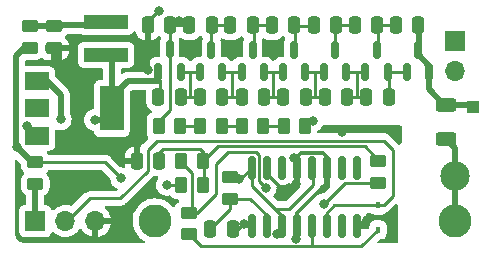
<source format=gtl>
G04 #@! TF.GenerationSoftware,KiCad,Pcbnew,5.99.0-unknown-4920692bcd~125~ubuntu20.04.1*
G04 #@! TF.CreationDate,2021-04-19T16:17:19+09:00*
G04 #@! TF.ProjectId,OpenHVPS-5,4f70656e-4856-4505-932d-352e6b696361,V1.2.1*
G04 #@! TF.SameCoordinates,Original*
G04 #@! TF.FileFunction,Copper,L1,Top*
G04 #@! TF.FilePolarity,Positive*
%FSLAX46Y46*%
G04 Gerber Fmt 4.6, Leading zero omitted, Abs format (unit mm)*
G04 Created by KiCad (PCBNEW 5.99.0-unknown-4920692bcd~125~ubuntu20.04.1) date 2021-04-19 16:17:19*
%MOMM*%
%LPD*%
G01*
G04 APERTURE LIST*
G04 Aperture macros list*
%AMRoundRect*
0 Rectangle with rounded corners*
0 $1 Rounding radius*
0 $2 $3 $4 $5 $6 $7 $8 $9 X,Y pos of 4 corners*
0 Add a 4 corners polygon primitive as box body*
4,1,4,$2,$3,$4,$5,$6,$7,$8,$9,$2,$3,0*
0 Add four circle primitives for the rounded corners*
1,1,$1+$1,$2,$3*
1,1,$1+$1,$4,$5*
1,1,$1+$1,$6,$7*
1,1,$1+$1,$8,$9*
0 Add four rect primitives between the rounded corners*
20,1,$1+$1,$2,$3,$4,$5,0*
20,1,$1+$1,$4,$5,$6,$7,0*
20,1,$1+$1,$6,$7,$8,$9,0*
20,1,$1+$1,$8,$9,$2,$3,0*%
G04 Aperture macros list end*
G04 #@! TA.AperFunction,SMDPad,CuDef*
%ADD10RoundRect,0.250000X-0.250000X-0.475000X0.250000X-0.475000X0.250000X0.475000X-0.250000X0.475000X0*%
G04 #@! TD*
G04 #@! TA.AperFunction,SMDPad,CuDef*
%ADD11RoundRect,0.250000X0.450000X-0.262500X0.450000X0.262500X-0.450000X0.262500X-0.450000X-0.262500X0*%
G04 #@! TD*
G04 #@! TA.AperFunction,ComponentPad*
%ADD12R,1.700000X1.700000*%
G04 #@! TD*
G04 #@! TA.AperFunction,ComponentPad*
%ADD13O,1.700000X1.700000*%
G04 #@! TD*
G04 #@! TA.AperFunction,ComponentPad*
%ADD14C,2.500000*%
G04 #@! TD*
G04 #@! TA.AperFunction,ComponentPad*
%ADD15C,2.800000*%
G04 #@! TD*
G04 #@! TA.AperFunction,SMDPad,CuDef*
%ADD16RoundRect,0.150000X0.150000X-0.587500X0.150000X0.587500X-0.150000X0.587500X-0.150000X-0.587500X0*%
G04 #@! TD*
G04 #@! TA.AperFunction,SMDPad,CuDef*
%ADD17RoundRect,0.250000X-0.450000X0.262500X-0.450000X-0.262500X0.450000X-0.262500X0.450000X0.262500X0*%
G04 #@! TD*
G04 #@! TA.AperFunction,SMDPad,CuDef*
%ADD18RoundRect,0.250000X0.262500X0.450000X-0.262500X0.450000X-0.262500X-0.450000X0.262500X-0.450000X0*%
G04 #@! TD*
G04 #@! TA.AperFunction,SMDPad,CuDef*
%ADD19RoundRect,0.250000X-0.475000X0.250000X-0.475000X-0.250000X0.475000X-0.250000X0.475000X0.250000X0*%
G04 #@! TD*
G04 #@! TA.AperFunction,SMDPad,CuDef*
%ADD20RoundRect,0.250000X-0.625000X0.312500X-0.625000X-0.312500X0.625000X-0.312500X0.625000X0.312500X0*%
G04 #@! TD*
G04 #@! TA.AperFunction,SMDPad,CuDef*
%ADD21R,3.700000X1.200000*%
G04 #@! TD*
G04 #@! TA.AperFunction,SMDPad,CuDef*
%ADD22RoundRect,0.250000X-0.262500X-0.450000X0.262500X-0.450000X0.262500X0.450000X-0.262500X0.450000X0*%
G04 #@! TD*
G04 #@! TA.AperFunction,SMDPad,CuDef*
%ADD23RoundRect,0.150000X0.150000X-0.825000X0.150000X0.825000X-0.150000X0.825000X-0.150000X-0.825000X0*%
G04 #@! TD*
G04 #@! TA.AperFunction,SMDPad,CuDef*
%ADD24R,2.000000X1.500000*%
G04 #@! TD*
G04 #@! TA.AperFunction,SMDPad,CuDef*
%ADD25R,2.000000X3.800000*%
G04 #@! TD*
G04 #@! TA.AperFunction,SMDPad,CuDef*
%ADD26R,0.450000X0.600000*%
G04 #@! TD*
G04 #@! TA.AperFunction,SMDPad,CuDef*
%ADD27R,1.000000X1.000000*%
G04 #@! TD*
G04 #@! TA.AperFunction,SMDPad,CuDef*
%ADD28RoundRect,0.250000X0.250000X0.475000X-0.250000X0.475000X-0.250000X-0.475000X0.250000X-0.475000X0*%
G04 #@! TD*
G04 #@! TA.AperFunction,ViaPad*
%ADD29C,0.800000*%
G04 #@! TD*
G04 #@! TA.AperFunction,Conductor*
%ADD30C,0.250000*%
G04 #@! TD*
G04 #@! TA.AperFunction,Conductor*
%ADD31C,0.330200*%
G04 #@! TD*
G04 #@! TA.AperFunction,Conductor*
%ADD32C,0.500000*%
G04 #@! TD*
G04 APERTURE END LIST*
D10*
X145968666Y-65050000D03*
X147868666Y-65050000D03*
D11*
X128500000Y-72413500D03*
X128500000Y-70588500D03*
D12*
X164060000Y-60325000D03*
D13*
X164060000Y-62865000D03*
D10*
X142448333Y-65050000D03*
X144348333Y-65050000D03*
D14*
X164060000Y-71755000D03*
D15*
X164060000Y-75565000D03*
D16*
X156450000Y-62937500D03*
X158350000Y-62937500D03*
X157400000Y-61062500D03*
X142450000Y-62937500D03*
X144350000Y-62937500D03*
X143400000Y-61062500D03*
D10*
X148530000Y-59000000D03*
X150430000Y-59000000D03*
X149488999Y-65050000D03*
X151388999Y-65050000D03*
D17*
X157520000Y-70520000D03*
X157520000Y-72345000D03*
D10*
X145020000Y-59010000D03*
X146920000Y-59010000D03*
D16*
X138928000Y-62913500D03*
X140828000Y-62913500D03*
X139878000Y-61038500D03*
D18*
X147824498Y-67520000D03*
X145999498Y-67520000D03*
D11*
X128020000Y-60912500D03*
X128020000Y-59087500D03*
D18*
X151351499Y-67520000D03*
X149526499Y-67520000D03*
D17*
X145020000Y-71857500D03*
X145020000Y-73682500D03*
D10*
X153009332Y-65050000D03*
X154909332Y-65050000D03*
D16*
X149450000Y-62937500D03*
X151350000Y-62937500D03*
X150400000Y-61062500D03*
D15*
X138660000Y-75565000D03*
D16*
X152950000Y-62937500D03*
X154850000Y-62937500D03*
X153900000Y-61062500D03*
D10*
X138030000Y-58990000D03*
X139930000Y-58990000D03*
D19*
X130100000Y-59050000D03*
X130100000Y-60950000D03*
D12*
X128500000Y-75565000D03*
D13*
X131040000Y-75565000D03*
X133580000Y-75565000D03*
D20*
X163298000Y-65720500D03*
X163298000Y-68645500D03*
D10*
X156529665Y-65050000D03*
X158429665Y-65050000D03*
D18*
X142682500Y-72520000D03*
X140857500Y-72520000D03*
D10*
X138928000Y-65050000D03*
X140828000Y-65050000D03*
X152060000Y-59010000D03*
X153960000Y-59010000D03*
D21*
X134500000Y-58700000D03*
X134500000Y-61500000D03*
D11*
X141520000Y-76682500D03*
X141520000Y-74857500D03*
D22*
X138945500Y-67520000D03*
X140770500Y-67520000D03*
D10*
X159020000Y-59000000D03*
X160920000Y-59000000D03*
D18*
X144297499Y-67520000D03*
X142472499Y-67520000D03*
X142682500Y-70520000D03*
X140857500Y-70520000D03*
D10*
X155540000Y-59000000D03*
X157440000Y-59000000D03*
D23*
X146825000Y-75995000D03*
X148095000Y-75995000D03*
X149365000Y-75995000D03*
X150635000Y-75995000D03*
X151905000Y-75995000D03*
X153175000Y-75995000D03*
X154445000Y-75995000D03*
X155715000Y-75995000D03*
X155715000Y-71045000D03*
X154445000Y-71045000D03*
X153175000Y-71045000D03*
X151905000Y-71045000D03*
X150635000Y-71045000D03*
X149365000Y-71045000D03*
X148095000Y-71045000D03*
X146825000Y-71045000D03*
D24*
X128676000Y-63740000D03*
X128676000Y-68340000D03*
D25*
X134976000Y-66040000D03*
D24*
X128676000Y-66040000D03*
D16*
X159950000Y-62937500D03*
X161850000Y-62937500D03*
X160900000Y-61062500D03*
D26*
X157520000Y-76320000D03*
X157520000Y-74220000D03*
D27*
X165584000Y-65913000D03*
D28*
X139020000Y-70520000D03*
X137120000Y-70520000D03*
D10*
X141530000Y-58990000D03*
X143430000Y-58990000D03*
D16*
X145968666Y-62937500D03*
X147868666Y-62937500D03*
X146918666Y-61062500D03*
D10*
X143320000Y-76270000D03*
X145220000Y-76270000D03*
D29*
X145200000Y-61113817D03*
X154500000Y-68000000D03*
X146153000Y-75819000D03*
X150400000Y-70231000D03*
X150600000Y-77072500D03*
X132770000Y-72770000D03*
X141700000Y-61065000D03*
X148861441Y-61049870D03*
X138020000Y-62770000D03*
X156567000Y-75520000D03*
X150600000Y-72465000D03*
X135770000Y-70520000D03*
X130270000Y-62270000D03*
X139020000Y-57770000D03*
X133520000Y-67020000D03*
X139634500Y-72517000D03*
X135764700Y-71941100D03*
X126920900Y-69342400D03*
X148020000Y-72770000D03*
X130664198Y-66968888D03*
X149000000Y-76665000D03*
X145770000Y-72020000D03*
X152919800Y-74131600D03*
X127770000Y-67520000D03*
X140700000Y-58665000D03*
X152000000Y-67065000D03*
D30*
X143320000Y-76270000D02*
X145020000Y-74570000D01*
X148095000Y-75095000D02*
X146682500Y-73682500D01*
X148095000Y-76695000D02*
X148095000Y-75995000D01*
X145020000Y-74570000D02*
X145020000Y-73682500D01*
X148095000Y-75995000D02*
X148095000Y-75095000D01*
X146682500Y-73682500D02*
X145020000Y-73682500D01*
D31*
X150600000Y-72465000D02*
X150045000Y-73020000D01*
X153175000Y-71045000D02*
X153175000Y-72365000D01*
X150635000Y-74905000D02*
X150635000Y-75995000D01*
D32*
X130500000Y-62040000D02*
X130270000Y-62270000D01*
D31*
X156567000Y-75520000D02*
X155795000Y-75995000D01*
X155795000Y-75995000D02*
X155715000Y-75995000D01*
D32*
X130500000Y-60950000D02*
X130500000Y-62040000D01*
D31*
X146825000Y-76467000D02*
X146825000Y-75995000D01*
X146495000Y-75995000D02*
X146825000Y-75995000D01*
X148095000Y-71595000D02*
X148095000Y-71045000D01*
X135770000Y-70520000D02*
X137120000Y-70520000D01*
X138020000Y-59030000D02*
X138050000Y-59000000D01*
X151000000Y-69770000D02*
X152830000Y-69770000D01*
X149520000Y-73020000D02*
X148095000Y-71595000D01*
X145770000Y-76270000D02*
X146270000Y-75770000D01*
X146270000Y-75770000D02*
X146495000Y-75995000D01*
X150520000Y-75880000D02*
X150635000Y-75995000D01*
X138050000Y-59000000D02*
X138050000Y-58650000D01*
X152830000Y-69770000D02*
X153175000Y-70115000D01*
X138050000Y-58740000D02*
X139020000Y-57770000D01*
X138020000Y-62770000D02*
X138020000Y-59030000D01*
X138050000Y-59000000D02*
X138050000Y-58740000D01*
X150635000Y-70135000D02*
X151000000Y-69770000D01*
X145220000Y-76270000D02*
X145770000Y-76270000D01*
X153175000Y-70115000D02*
X153175000Y-71045000D01*
X150045000Y-73020000D02*
X149520000Y-73020000D01*
X153175000Y-72365000D02*
X150635000Y-74905000D01*
X150635000Y-71045000D02*
X150635000Y-70135000D01*
D32*
X133800000Y-59000000D02*
X133900000Y-58900000D01*
X130500000Y-59250000D02*
X130750000Y-59000000D01*
D30*
X130462000Y-59087500D02*
X130500000Y-59050000D01*
D32*
X130500000Y-59050000D02*
X130500000Y-59250000D01*
X130750000Y-59000000D02*
X133800000Y-59000000D01*
X128000000Y-59087500D02*
X130462000Y-59087500D01*
D30*
X134050000Y-59050000D02*
X134500000Y-58600000D01*
D32*
X134976000Y-64064000D02*
X134976000Y-61876000D01*
D30*
X134568000Y-61468000D02*
X134500000Y-61400000D01*
X139050000Y-64030000D02*
X139050000Y-65000000D01*
X139088000Y-63656000D02*
X139088000Y-63992000D01*
D32*
X134976000Y-66040000D02*
X134976000Y-64064000D01*
D30*
X134500000Y-61400000D02*
X134609000Y-61400000D01*
X138873000Y-63726000D02*
X138943000Y-63656000D01*
D32*
X136314000Y-63726000D02*
X134976000Y-65064000D01*
D30*
X133400000Y-61400000D02*
X134500000Y-61400000D01*
X134976000Y-64064000D02*
X134976000Y-66040000D01*
D32*
X138873000Y-63726000D02*
X136314000Y-63726000D01*
D30*
X139088000Y-63992000D02*
X139050000Y-64030000D01*
D32*
X133520000Y-67020000D02*
X133996000Y-67020000D01*
D30*
X139004000Y-63595400D02*
X139004000Y-62913500D01*
X138943000Y-63656000D02*
X139088000Y-63656000D01*
X139088000Y-63992000D02*
X139088000Y-64328000D01*
X138943000Y-63656000D02*
X139004000Y-63595400D01*
X134568000Y-61468000D02*
X134500000Y-61400000D01*
X134976000Y-61876000D02*
X134568000Y-61468000D01*
D32*
X134976000Y-65064000D02*
X134976000Y-66040000D01*
D30*
X141629500Y-65027500D02*
X141607000Y-65050000D01*
X142448333Y-65050000D02*
X141607000Y-65050000D01*
X141629500Y-62913500D02*
X142424333Y-62913500D01*
X141607000Y-65050000D02*
X140828000Y-65050000D01*
X142628000Y-62859000D02*
X142550000Y-62937500D01*
X141629500Y-62913500D02*
X141629500Y-65027500D01*
X140828000Y-62913500D02*
X141629500Y-62913500D01*
X142526000Y-62913500D02*
X142550000Y-62937500D01*
X142424333Y-62913500D02*
X142448333Y-62937500D01*
D32*
X126900000Y-61556000D02*
X127523500Y-60932500D01*
D30*
X134412100Y-70588500D02*
X128500000Y-70588500D01*
D32*
X127523500Y-60932500D02*
X128020000Y-60932500D01*
D30*
X128000000Y-60912500D02*
X127391000Y-60912500D01*
X139634500Y-72517000D02*
X139637500Y-72520000D01*
X139637500Y-72520000D02*
X140945500Y-72520000D01*
D32*
X126756000Y-69342400D02*
X126900000Y-69198400D01*
D30*
X128499000Y-70587500D02*
X128500000Y-70588500D01*
D32*
X128412000Y-70500000D02*
X128100000Y-70500000D01*
D30*
X128151000Y-70587500D02*
X128499000Y-70587500D01*
X128500000Y-70587500D02*
X128412000Y-70500000D01*
X126920900Y-69342400D02*
X126756000Y-69342400D01*
X135764700Y-71941100D02*
X134412100Y-70588500D01*
D32*
X128100000Y-70500000D02*
X126942400Y-69342400D01*
X126942400Y-69342400D02*
X126920900Y-69342400D01*
D30*
X128499000Y-70587500D02*
X128500000Y-70587500D01*
X127391000Y-60912500D02*
X128000000Y-60912500D01*
D32*
X126900000Y-69198400D02*
X126900000Y-61556000D01*
D30*
X141770000Y-71520000D02*
X141770000Y-74607500D01*
X143770000Y-70730000D02*
X144800000Y-69700000D01*
X142182500Y-74857500D02*
X143770000Y-73270000D01*
X141770000Y-74607500D02*
X141520000Y-74857500D01*
X147450000Y-72200000D02*
X148020000Y-72770000D01*
X143770000Y-73270000D02*
X143770000Y-70730000D01*
X147200000Y-69700000D02*
X147450000Y-69950000D01*
X140857500Y-70520000D02*
X140857500Y-70607500D01*
X144800000Y-69700000D02*
X147200000Y-69700000D01*
X147450000Y-69950000D02*
X147450000Y-72200000D01*
X140857500Y-70607500D02*
X141770000Y-71520000D01*
X128777000Y-63740000D02*
X128676000Y-63740000D01*
X129490000Y-63740000D02*
X128777000Y-63740000D01*
D32*
X130664198Y-64914198D02*
X130664198Y-66968888D01*
D30*
X128777000Y-63740000D02*
X128676000Y-63740000D01*
D32*
X129490000Y-63740000D02*
X130664198Y-64914198D01*
D30*
X151905000Y-77155000D02*
X151905000Y-75995000D01*
X151974000Y-77724000D02*
X142561500Y-77724000D01*
X156116000Y-77724000D02*
X155974000Y-77724000D01*
X142561500Y-77724000D02*
X141520000Y-76682500D01*
X151905000Y-77655000D02*
X151974000Y-77724000D01*
X155974000Y-77724000D02*
X151974000Y-77724000D01*
X151905000Y-75995000D02*
X151905000Y-77655000D01*
X157520000Y-76320000D02*
X156116000Y-77724000D01*
D32*
X164060000Y-69407500D02*
X164060000Y-71755000D01*
X163298000Y-68645500D02*
X164060000Y-69407500D01*
X164060000Y-71755000D02*
X164060000Y-75565000D01*
D30*
X144520000Y-67520000D02*
X144520500Y-67520000D01*
X144520500Y-67520000D02*
X146357500Y-67520000D01*
X146357500Y-67520000D02*
X146358000Y-67520000D01*
X142770000Y-70432500D02*
X142682500Y-70520000D01*
X142682000Y-70520000D02*
X142682300Y-70520200D01*
X139020000Y-70520000D02*
X139020000Y-69770000D01*
X157520000Y-70520000D02*
X157520000Y-70370000D01*
X142770000Y-69770000D02*
X142770000Y-70432500D01*
X142450000Y-69450000D02*
X142770000Y-69770000D01*
X142770000Y-70607500D02*
X142770000Y-71476000D01*
X157520000Y-70370000D02*
X156400000Y-69250000D01*
X143952000Y-69250000D02*
X142682000Y-70520000D01*
X139020000Y-69770000D02*
X139340000Y-69450000D01*
X142770000Y-71563700D02*
X142770000Y-72520000D01*
X139340000Y-69450000D02*
X142450000Y-69450000D01*
X142682300Y-70520200D02*
X142770000Y-70607500D01*
X142682500Y-70520000D02*
X142682300Y-70520200D01*
X156400000Y-69250000D02*
X143952000Y-69250000D01*
X158020000Y-68770000D02*
X138780300Y-68770000D01*
X157997300Y-74220000D02*
X158770000Y-73447300D01*
X153820000Y-74220000D02*
X153175000Y-74865000D01*
X138020000Y-69530300D02*
X138020000Y-71308350D01*
X131225000Y-75565000D02*
X131040000Y-75565000D01*
X135674550Y-73653800D02*
X133136200Y-73653800D01*
X133136200Y-73653800D02*
X131225000Y-75565000D01*
X138020000Y-71308350D02*
X135674550Y-73653800D01*
X138780300Y-68770000D02*
X138020000Y-69530300D01*
X157520000Y-74220000D02*
X157997300Y-74220000D01*
X157520000Y-74220000D02*
X153820000Y-74220000D01*
X158770000Y-73447300D02*
X158770000Y-69520000D01*
X153175000Y-74865000D02*
X153175000Y-75995000D01*
X158770000Y-69520000D02*
X158020000Y-68770000D01*
D32*
X128500000Y-72412500D02*
X128500000Y-72413500D01*
X128500000Y-72413500D02*
X128500000Y-75250000D01*
D30*
X128500000Y-75250000D02*
X128500000Y-75565000D01*
X142695000Y-67520000D02*
X142695500Y-67520000D01*
X140770000Y-67520000D02*
X140770500Y-67520000D01*
X140770500Y-67520000D02*
X142695000Y-67520000D01*
X147645000Y-73395000D02*
X149365000Y-75115000D01*
X145020000Y-71857500D02*
X146012500Y-71857500D01*
X152020000Y-72520000D02*
X152020000Y-71160000D01*
X149270000Y-75900000D02*
X149365000Y-75995000D01*
X147645000Y-73395000D02*
X148770000Y-74520000D01*
X145020000Y-71857500D02*
X145607500Y-71857500D01*
X150020000Y-74520000D02*
X152020000Y-72520000D01*
X146012500Y-71857500D02*
X146825000Y-71045000D01*
X149000000Y-76665000D02*
X149000000Y-76360000D01*
X146825000Y-71045000D02*
X146825000Y-72575000D01*
X152020000Y-71160000D02*
X151905000Y-71045000D01*
X145607500Y-71857500D02*
X145770000Y-72020000D01*
X146825000Y-72575000D02*
X147645000Y-73395000D01*
X149365000Y-75115000D02*
X149365000Y-75995000D01*
X149000000Y-76360000D02*
X149365000Y-75995000D01*
X149365000Y-76175000D02*
X149365000Y-75995000D01*
X148770000Y-74520000D02*
X150020000Y-74520000D01*
X154706400Y-72345000D02*
X157520000Y-72345000D01*
X152919800Y-74131600D02*
X154706400Y-72345000D01*
X148182000Y-67520000D02*
X148182500Y-67520000D01*
X147824498Y-67520000D02*
X149526499Y-67520000D01*
X129046000Y-68340000D02*
X129090000Y-68340000D01*
X129046000Y-68340000D02*
X129090000Y-68340000D01*
D32*
X128856000Y-68520000D02*
X128676000Y-68340000D01*
D30*
X129090000Y-68340000D02*
X129427000Y-68340000D01*
X128676000Y-68340000D02*
X129046000Y-68340000D01*
X128676000Y-68340000D02*
X129046000Y-68340000D01*
X128676000Y-68340000D02*
X129046000Y-68340000D01*
X141569000Y-59000000D02*
X141588000Y-59000000D01*
X141540000Y-59000000D02*
X141550000Y-59000000D01*
X141550000Y-59000000D02*
X141569000Y-59000000D01*
X138945500Y-67520000D02*
X138945500Y-67119500D01*
X139878000Y-61038500D02*
X139878000Y-59042000D01*
X140020000Y-61104500D02*
X139954000Y-61038500D01*
X138945000Y-67307500D02*
X138945000Y-67095000D01*
X138945000Y-67307500D02*
X138945500Y-67308000D01*
X138945000Y-67520000D02*
X138945000Y-67307500D01*
X139912000Y-59000000D02*
X139950000Y-59000000D01*
X138945500Y-67308000D02*
X138945500Y-67520000D01*
X139878000Y-59042000D02*
X139930000Y-58990000D01*
X139950000Y-59000000D02*
X141550000Y-59000000D01*
X139954000Y-60579600D02*
X139912000Y-60537600D01*
X141588000Y-59000000D02*
X141863000Y-59000000D01*
X139878000Y-66187000D02*
X139878000Y-61038500D01*
X141750000Y-59200000D02*
X141550000Y-59000000D01*
X138945500Y-67119500D02*
X139878000Y-66187000D01*
X139954000Y-61038500D02*
X139954000Y-60579600D01*
X143450000Y-59000000D02*
X145050000Y-59000000D01*
X143412000Y-60975000D02*
X143412000Y-59000000D01*
X145050000Y-59000000D02*
X145088000Y-59000000D01*
X143500000Y-61062500D02*
X143412000Y-60975000D01*
X143412000Y-59000000D02*
X143450000Y-59000000D01*
X145191500Y-62937500D02*
X144348333Y-62937500D01*
X144348333Y-65050000D02*
X145163000Y-65050000D01*
X146050000Y-65000000D02*
X146088000Y-65000000D01*
X145968666Y-62937500D02*
X145191500Y-62937500D01*
X144500000Y-65000000D02*
X144538000Y-65000000D01*
X145191500Y-62937500D02*
X145191500Y-65021500D01*
X145191500Y-65021500D02*
X145163000Y-65050000D01*
X145163000Y-65050000D02*
X145968666Y-65050000D01*
X147000000Y-61062500D02*
X147000000Y-59087500D01*
X147088000Y-59000000D02*
X147000000Y-59087500D01*
X147000000Y-59087500D02*
X146931100Y-59019100D01*
X146931100Y-59019100D02*
X146912000Y-59000200D01*
X148588000Y-59000000D02*
X148550000Y-59000000D01*
X146950000Y-59000000D02*
X146931100Y-59018900D01*
X148550000Y-59000000D02*
X147088000Y-59000000D01*
X146931100Y-59018900D02*
X146931100Y-59019100D01*
X148638500Y-62937500D02*
X148638500Y-64969500D01*
X147868666Y-65050000D02*
X148719000Y-65050000D01*
X148719000Y-65050000D02*
X149488999Y-65050000D01*
X147868666Y-62937500D02*
X148638500Y-62937500D01*
X148638500Y-64969500D02*
X148719000Y-65050000D01*
X148638500Y-62937500D02*
X149488999Y-62937500D01*
X150450000Y-59000000D02*
X150500000Y-59050000D01*
X152000000Y-59087500D02*
X152068900Y-59019100D01*
X152068900Y-59019100D02*
X152088000Y-59000200D01*
X152050000Y-59000000D02*
X152068900Y-59018900D01*
X150500000Y-61062500D02*
X150500000Y-59087500D01*
X150500000Y-59087500D02*
X152000000Y-59087500D01*
X152068900Y-59018900D02*
X152068900Y-59019100D01*
X150500000Y-59050000D02*
X150500000Y-59087500D01*
X152176500Y-62937500D02*
X152176500Y-65021500D01*
X151388999Y-65050000D02*
X152148000Y-65050000D01*
X151388999Y-62937500D02*
X152176500Y-62937500D01*
X152176500Y-62937500D02*
X153009332Y-62937500D01*
X152148000Y-65050000D02*
X153009332Y-65050000D01*
X152176500Y-65021500D02*
X152148000Y-65050000D01*
X155638000Y-59000000D02*
X155676000Y-59000000D01*
X154000000Y-61062500D02*
X153912000Y-60975000D01*
X153912000Y-60975000D02*
X153912000Y-59000000D01*
X153912000Y-59000000D02*
X153950000Y-59000000D01*
X153950000Y-59000000D02*
X155638000Y-59000000D01*
X154909332Y-65050000D02*
X155779000Y-65050000D01*
X155750500Y-65021500D02*
X155779000Y-65050000D01*
X155750500Y-62937500D02*
X155750500Y-65021500D01*
X154909332Y-62937500D02*
X155750500Y-62937500D01*
X155779000Y-65050000D02*
X156529665Y-65050000D01*
X155750500Y-62937500D02*
X156529665Y-62937500D01*
X157538000Y-59000000D02*
X157500000Y-59000000D01*
X157500000Y-59000000D02*
X157500000Y-61062500D01*
X159088000Y-59000000D02*
X159050000Y-59000000D01*
X159050000Y-59000000D02*
X157538000Y-59000000D01*
X160050000Y-62937500D02*
X158450000Y-62937500D01*
X158538000Y-65000000D02*
X158500000Y-65000000D01*
X158450000Y-64949500D02*
X158450000Y-62937500D01*
X158500000Y-65000000D02*
X158450000Y-64949500D01*
D32*
X161850000Y-62415000D02*
X161850000Y-62937500D01*
D30*
X165391500Y-65720500D02*
X165584000Y-65913000D01*
D32*
X163298000Y-65720500D02*
X165391500Y-65720500D01*
X160900000Y-61062500D02*
X160950000Y-61012500D01*
X160900000Y-61062500D02*
X160900000Y-61465000D01*
D30*
X161000000Y-59087500D02*
X160912000Y-59000200D01*
D32*
X160900000Y-61465000D02*
X161850000Y-62415000D01*
X163298000Y-65913000D02*
X161800000Y-64415000D01*
X160950000Y-61012500D02*
X160950000Y-59000000D01*
D30*
X162000000Y-62887500D02*
X161950000Y-62937500D01*
X160950000Y-61012500D02*
X161000000Y-61062500D01*
D32*
X161800000Y-64415000D02*
X161800000Y-63087500D01*
D30*
X152000000Y-67115000D02*
X151932500Y-67182500D01*
X152000000Y-67065000D02*
X152000000Y-67115000D01*
G04 #@! TA.AperFunction,Conductor*
G36*
X126954512Y-70427647D02*
G01*
X126961095Y-70433776D01*
X127254595Y-70727276D01*
X127288621Y-70789588D01*
X127291500Y-70816371D01*
X127291500Y-70893886D01*
X127306978Y-71026643D01*
X127309474Y-71033521D01*
X127309475Y-71033523D01*
X127316827Y-71053778D01*
X127367313Y-71192864D01*
X127464269Y-71340747D01*
X127469581Y-71345779D01*
X127535480Y-71408206D01*
X127571178Y-71469576D01*
X127568030Y-71540502D01*
X127540300Y-71586332D01*
X127438642Y-71693645D01*
X127349825Y-71846555D01*
X127298567Y-72015796D01*
X127297992Y-72022236D01*
X127297992Y-72022237D01*
X127296853Y-72035006D01*
X127291500Y-72094978D01*
X127291500Y-72718886D01*
X127306978Y-72851643D01*
X127309474Y-72858521D01*
X127309475Y-72858523D01*
X127346924Y-72961694D01*
X127367313Y-73017864D01*
X127412522Y-73086819D01*
X127453719Y-73149655D01*
X127464269Y-73165747D01*
X127592645Y-73287358D01*
X127627623Y-73307675D01*
X127678786Y-73337393D01*
X127727644Y-73388904D01*
X127741500Y-73446347D01*
X127741500Y-74077646D01*
X127721498Y-74145767D01*
X127667842Y-74192260D01*
X127624489Y-74203325D01*
X127576921Y-74206727D01*
X127524780Y-74222037D01*
X127445330Y-74245365D01*
X127445328Y-74245366D01*
X127436684Y-74247904D01*
X127416350Y-74260972D01*
X127321309Y-74322051D01*
X127321306Y-74322053D01*
X127313729Y-74326923D01*
X127307828Y-74333733D01*
X127223918Y-74430569D01*
X127223916Y-74430572D01*
X127218016Y-74437381D01*
X127214272Y-74445579D01*
X127175599Y-74530262D01*
X127157300Y-74570330D01*
X127156018Y-74579245D01*
X127156018Y-74579246D01*
X127137139Y-74710552D01*
X127137138Y-74710559D01*
X127136500Y-74715000D01*
X127136500Y-76415000D01*
X127141727Y-76488079D01*
X127145191Y-76499875D01*
X127179338Y-76616170D01*
X127182904Y-76628316D01*
X127187775Y-76635895D01*
X127257051Y-76743691D01*
X127257053Y-76743694D01*
X127261923Y-76751271D01*
X127268733Y-76757172D01*
X127365569Y-76841082D01*
X127365572Y-76841084D01*
X127372381Y-76846984D01*
X127380579Y-76850728D01*
X127492998Y-76902068D01*
X127505330Y-76907700D01*
X127514245Y-76908982D01*
X127514246Y-76908982D01*
X127645552Y-76927861D01*
X127645559Y-76927862D01*
X127650000Y-76928500D01*
X129350000Y-76928500D01*
X129423079Y-76923273D01*
X129515636Y-76896096D01*
X129554670Y-76884635D01*
X129554672Y-76884634D01*
X129563316Y-76882096D01*
X129630446Y-76838954D01*
X129678691Y-76807949D01*
X129678694Y-76807947D01*
X129686271Y-76803077D01*
X129712451Y-76772864D01*
X129776082Y-76699431D01*
X129776084Y-76699428D01*
X129781984Y-76692619D01*
X129842700Y-76559670D01*
X129843320Y-76555360D01*
X129880432Y-76497610D01*
X129945012Y-76468117D01*
X130015286Y-76478220D01*
X130047335Y-76499270D01*
X130215629Y-76651069D01*
X130410406Y-76774439D01*
X130623184Y-76863228D01*
X130628387Y-76864425D01*
X130628392Y-76864426D01*
X130842678Y-76913701D01*
X130842683Y-76913702D01*
X130847881Y-76914897D01*
X130853209Y-76915200D01*
X130853212Y-76915200D01*
X131003877Y-76923755D01*
X131078071Y-76927968D01*
X131083378Y-76927368D01*
X131083380Y-76927368D01*
X131204272Y-76913701D01*
X131307173Y-76902068D01*
X131312288Y-76900587D01*
X131312292Y-76900586D01*
X131437161Y-76864426D01*
X131528635Y-76837937D01*
X131736125Y-76737409D01*
X131740463Y-76734309D01*
X131740468Y-76734306D01*
X131894197Y-76624448D01*
X131923711Y-76603357D01*
X132086030Y-76439617D01*
X132195486Y-76283587D01*
X132207953Y-76265816D01*
X132263449Y-76221536D01*
X132334075Y-76214289D01*
X132397407Y-76246375D01*
X132421781Y-76277958D01*
X132439550Y-76310617D01*
X132445402Y-76319491D01*
X132581486Y-76492113D01*
X132588750Y-76499875D01*
X132751967Y-76647094D01*
X132760444Y-76653528D01*
X132946122Y-76771136D01*
X132955567Y-76776053D01*
X133158406Y-76860694D01*
X133168545Y-76863950D01*
X133308345Y-76896096D01*
X133322422Y-76895257D01*
X133326000Y-76885999D01*
X133326000Y-75832548D01*
X133834000Y-75832548D01*
X133834000Y-76884941D01*
X133838151Y-76899079D01*
X133848798Y-76900774D01*
X133852192Y-76900096D01*
X134063333Y-76838954D01*
X134073259Y-76835143D01*
X134271065Y-76739307D01*
X134280212Y-76733876D01*
X134459041Y-76606083D01*
X134467149Y-76599182D01*
X134621893Y-76443082D01*
X134628706Y-76434933D01*
X134754940Y-76254988D01*
X134760295Y-76245787D01*
X134854399Y-76047156D01*
X134858123Y-76037197D01*
X134915968Y-75830718D01*
X134914430Y-75822351D01*
X134902137Y-75819000D01*
X133852115Y-75819000D01*
X133836876Y-75823475D01*
X133835671Y-75824865D01*
X133834000Y-75832548D01*
X133326000Y-75832548D01*
X133326000Y-75437000D01*
X133346002Y-75368879D01*
X133399658Y-75322386D01*
X133452000Y-75311000D01*
X134899079Y-75311000D01*
X134912610Y-75307027D01*
X134913876Y-75298218D01*
X134866954Y-75117433D01*
X134863419Y-75107395D01*
X134773147Y-74906998D01*
X134767967Y-74897692D01*
X134645218Y-74715366D01*
X134638557Y-74707080D01*
X134486830Y-74548030D01*
X134478873Y-74540990D01*
X134443120Y-74514389D01*
X134400407Y-74457679D01*
X134395134Y-74386878D01*
X134428977Y-74324466D01*
X134491189Y-74290259D01*
X134518333Y-74287300D01*
X135596166Y-74287300D01*
X135607070Y-74287814D01*
X135614461Y-74289466D01*
X135622387Y-74289217D01*
X135622388Y-74289217D01*
X135681416Y-74287362D01*
X135685373Y-74287300D01*
X135714128Y-74287300D01*
X135718395Y-74286761D01*
X135730237Y-74285828D01*
X135761885Y-74284833D01*
X135766510Y-74284688D01*
X135774433Y-74284439D01*
X135793884Y-74278788D01*
X135813245Y-74274778D01*
X135815970Y-74274434D01*
X135825480Y-74273233D01*
X135825483Y-74273232D01*
X135833338Y-74272240D01*
X135840703Y-74269324D01*
X135840707Y-74269323D01*
X135874451Y-74255963D01*
X135885680Y-74252118D01*
X135928128Y-74239786D01*
X135940269Y-74232606D01*
X135945561Y-74229477D01*
X135963312Y-74220781D01*
X135974776Y-74216242D01*
X135974779Y-74216240D01*
X135982150Y-74213322D01*
X136017918Y-74187335D01*
X136027841Y-74180816D01*
X136038709Y-74174389D01*
X136065891Y-74158314D01*
X136066309Y-74157945D01*
X136080392Y-74143862D01*
X136095417Y-74131028D01*
X136111633Y-74119246D01*
X136139580Y-74085464D01*
X136147569Y-74076685D01*
X138412513Y-71811741D01*
X138420601Y-71804381D01*
X138426995Y-71800323D01*
X138458878Y-71766371D01*
X138520091Y-71730406D01*
X138587251Y-71732034D01*
X138628603Y-71744558D01*
X138628609Y-71744559D01*
X138634796Y-71746433D01*
X138641232Y-71747007D01*
X138641235Y-71747008D01*
X138711185Y-71753251D01*
X138711191Y-71753251D01*
X138713978Y-71753500D01*
X138816457Y-71753500D01*
X138884578Y-71773502D01*
X138931071Y-71827158D01*
X138941175Y-71897432D01*
X138910094Y-71963808D01*
X138895463Y-71980058D01*
X138892162Y-71985776D01*
X138804676Y-72137306D01*
X138799976Y-72145446D01*
X138740962Y-72327073D01*
X138740272Y-72333636D01*
X138740272Y-72333637D01*
X138734915Y-72384606D01*
X138721000Y-72517000D01*
X138721690Y-72523565D01*
X138729562Y-72598458D01*
X138740962Y-72706927D01*
X138743002Y-72713205D01*
X138743002Y-72713206D01*
X138761456Y-72770000D01*
X138799976Y-72888554D01*
X138895463Y-73053942D01*
X138899881Y-73058849D01*
X138899882Y-73058850D01*
X139016488Y-73188354D01*
X139023249Y-73195863D01*
X139028591Y-73199744D01*
X139028593Y-73199746D01*
X139172085Y-73303998D01*
X139177750Y-73308114D01*
X139183778Y-73310798D01*
X139183780Y-73310799D01*
X139346182Y-73383105D01*
X139352213Y-73385790D01*
X139419376Y-73400066D01*
X139532556Y-73424124D01*
X139532561Y-73424124D01*
X139539013Y-73425496D01*
X139729987Y-73425496D01*
X139736440Y-73424124D01*
X139736453Y-73424123D01*
X139871090Y-73395504D01*
X139941880Y-73400905D01*
X139998513Y-73443722D01*
X140002659Y-73449665D01*
X140004783Y-73452904D01*
X140009269Y-73459747D01*
X140137645Y-73581358D01*
X140290555Y-73670175D01*
X140459796Y-73721433D01*
X140466236Y-73722008D01*
X140466237Y-73722008D01*
X140536185Y-73728251D01*
X140536191Y-73728251D01*
X140538978Y-73728500D01*
X140586511Y-73728500D01*
X140654632Y-73748502D01*
X140701125Y-73802158D01*
X140711229Y-73872432D01*
X140681735Y-73937012D01*
X140655596Y-73959872D01*
X140580253Y-74009269D01*
X140458642Y-74137645D01*
X140369825Y-74290555D01*
X140361269Y-74318803D01*
X140361172Y-74319125D01*
X140322283Y-74378523D01*
X140257454Y-74407467D01*
X140187269Y-74396767D01*
X140140419Y-74359044D01*
X140095899Y-74300709D01*
X140095898Y-74300708D01*
X140093127Y-74297077D01*
X140087166Y-74291249D01*
X139994105Y-74200277D01*
X139895083Y-74103476D01*
X139733315Y-73985729D01*
X139674862Y-73943182D01*
X139674857Y-73943179D01*
X139671167Y-73940493D01*
X139426068Y-73811540D01*
X139164921Y-73719319D01*
X138893197Y-73665763D01*
X138888640Y-73665536D01*
X138888639Y-73665536D01*
X138621157Y-73652220D01*
X138621151Y-73652220D01*
X138616588Y-73651993D01*
X138340888Y-73678297D01*
X138336454Y-73679382D01*
X138336448Y-73679383D01*
X138086291Y-73740596D01*
X138071873Y-73744124D01*
X138067647Y-73745836D01*
X138067643Y-73745837D01*
X137819412Y-73846381D01*
X137819407Y-73846384D01*
X137815179Y-73848096D01*
X137811244Y-73850400D01*
X137811238Y-73850403D01*
X137580120Y-73985729D01*
X137576182Y-73988035D01*
X137460071Y-74080891D01*
X137366608Y-74155635D01*
X137359889Y-74161008D01*
X137170832Y-74363393D01*
X137117838Y-74439783D01*
X137015573Y-74587196D01*
X137015570Y-74587201D01*
X137012970Y-74590949D01*
X137010938Y-74595034D01*
X137010936Y-74595037D01*
X136957201Y-74703049D01*
X136889611Y-74838911D01*
X136888190Y-74843245D01*
X136888189Y-74843248D01*
X136810735Y-75079522D01*
X136803339Y-75102082D01*
X136802559Y-75106573D01*
X136802559Y-75106574D01*
X136802140Y-75108989D01*
X136755961Y-75374952D01*
X136755838Y-75379510D01*
X136748824Y-75638733D01*
X136748470Y-75651802D01*
X136749005Y-75656320D01*
X136749005Y-75656326D01*
X136770066Y-75834269D01*
X136781022Y-75926834D01*
X136782206Y-75931236D01*
X136782207Y-75931243D01*
X136786423Y-75946921D01*
X136852936Y-76194286D01*
X136962705Y-76448556D01*
X137108029Y-76684317D01*
X137285865Y-76896629D01*
X137492487Y-77081046D01*
X137723567Y-77233705D01*
X137723289Y-77234126D01*
X137770837Y-77282790D01*
X137785123Y-77352334D01*
X137759543Y-77418563D01*
X137702218Y-77460447D01*
X137659584Y-77467889D01*
X133285528Y-77468819D01*
X127820524Y-77469982D01*
X127798876Y-77468112D01*
X127785461Y-77465774D01*
X127780594Y-77465686D01*
X127683864Y-77463937D01*
X127676255Y-77463569D01*
X127658659Y-77462184D01*
X127648836Y-77461022D01*
X127559817Y-77446923D01*
X127519028Y-77440463D01*
X127509320Y-77438531D01*
X127505660Y-77437652D01*
X127496148Y-77434969D01*
X127371155Y-77394356D01*
X127361886Y-77390937D01*
X127361757Y-77390884D01*
X127358426Y-77389504D01*
X127349436Y-77385360D01*
X127232321Y-77325686D01*
X127223681Y-77320847D01*
X127220493Y-77318893D01*
X127212277Y-77313403D01*
X127166279Y-77279984D01*
X127105936Y-77236142D01*
X127098181Y-77230028D01*
X127095309Y-77227575D01*
X127088055Y-77220869D01*
X126995127Y-77127940D01*
X126988412Y-77120676D01*
X126985971Y-77117818D01*
X126979846Y-77110048D01*
X126966136Y-77091177D01*
X126936307Y-77050122D01*
X126902599Y-77003726D01*
X126897105Y-76995504D01*
X126895150Y-76992314D01*
X126890313Y-76983678D01*
X126830641Y-76866566D01*
X126826494Y-76857569D01*
X126825060Y-76854106D01*
X126821641Y-76844837D01*
X126781030Y-76719852D01*
X126778350Y-76710353D01*
X126777466Y-76706669D01*
X126775539Y-76696985D01*
X126754977Y-76567156D01*
X126753814Y-76557332D01*
X126752431Y-76539758D01*
X126752064Y-76532152D01*
X126750366Y-76438299D01*
X126750285Y-76433816D01*
X126747616Y-76417312D01*
X126746000Y-76397197D01*
X126746000Y-70522871D01*
X126766002Y-70454750D01*
X126819658Y-70408257D01*
X126889932Y-70398153D01*
X126954512Y-70427647D01*
G37*
G04 #@! TD.AperFunction*
G04 #@! TA.AperFunction,Conductor*
G36*
X159110032Y-74107338D02*
G01*
X159166868Y-74149885D01*
X159191679Y-74216405D01*
X159192000Y-74225394D01*
X159192000Y-77337336D01*
X159171998Y-77405457D01*
X159118342Y-77451950D01*
X159066029Y-77463336D01*
X158349404Y-77463489D01*
X157576467Y-77463653D01*
X157508343Y-77443665D01*
X157461839Y-77390020D01*
X157451720Y-77319748D01*
X157481199Y-77255161D01*
X157487346Y-77248558D01*
X157565499Y-77170405D01*
X157627811Y-77136379D01*
X157654594Y-77133500D01*
X157745000Y-77133500D01*
X157818079Y-77128273D01*
X157896165Y-77105345D01*
X157949670Y-77089635D01*
X157949672Y-77089634D01*
X157958316Y-77087096D01*
X158016902Y-77049445D01*
X158073691Y-77012949D01*
X158073694Y-77012947D01*
X158081271Y-77008077D01*
X158130767Y-76950956D01*
X158171082Y-76904431D01*
X158171084Y-76904428D01*
X158176984Y-76897619D01*
X158186298Y-76877225D01*
X158233958Y-76772864D01*
X158233958Y-76772863D01*
X158237700Y-76764670D01*
X158238982Y-76755754D01*
X158257861Y-76624448D01*
X158257862Y-76624441D01*
X158258500Y-76620000D01*
X158258500Y-76020000D01*
X158253273Y-75946921D01*
X158220196Y-75834269D01*
X158214635Y-75815330D01*
X158214634Y-75815328D01*
X158212096Y-75806684D01*
X158163687Y-75731358D01*
X158137949Y-75691309D01*
X158137947Y-75691306D01*
X158133077Y-75683729D01*
X158126267Y-75677828D01*
X158029431Y-75593918D01*
X158029428Y-75593916D01*
X158022619Y-75588016D01*
X157889670Y-75527300D01*
X157880755Y-75526018D01*
X157880754Y-75526018D01*
X157749448Y-75507139D01*
X157749441Y-75507138D01*
X157745000Y-75506500D01*
X157295000Y-75506500D01*
X157221921Y-75511727D01*
X157168884Y-75527300D01*
X157090330Y-75550365D01*
X157090328Y-75550366D01*
X157081684Y-75552904D01*
X157043528Y-75577426D01*
X156966309Y-75627051D01*
X156966306Y-75627053D01*
X156958729Y-75631923D01*
X156952828Y-75638733D01*
X156868918Y-75735569D01*
X156868916Y-75735572D01*
X156863016Y-75742381D01*
X156802300Y-75875330D01*
X156801018Y-75884245D01*
X156801018Y-75884246D01*
X156782139Y-76015552D01*
X156782138Y-76015559D01*
X156781500Y-76020000D01*
X156781500Y-76110406D01*
X156761498Y-76178527D01*
X156744595Y-76199501D01*
X156694535Y-76249561D01*
X156632223Y-76283587D01*
X156561408Y-76278522D01*
X156522928Y-76255691D01*
X156517135Y-76250671D01*
X156509452Y-76249000D01*
X155587000Y-76249000D01*
X155518879Y-76228998D01*
X155472386Y-76175342D01*
X155461000Y-76123000D01*
X155461000Y-75867000D01*
X155481002Y-75798879D01*
X155534658Y-75752386D01*
X155587000Y-75741000D01*
X156504885Y-75741000D01*
X156520124Y-75736525D01*
X156521329Y-75735135D01*
X156523000Y-75727452D01*
X156523000Y-75134379D01*
X156522503Y-75126489D01*
X156508165Y-75012986D01*
X156507612Y-75010833D01*
X156507672Y-75009085D01*
X156507171Y-75005119D01*
X156507811Y-75005038D01*
X156510046Y-74939878D01*
X156550454Y-74881503D01*
X156616008Y-74854241D01*
X156629654Y-74853500D01*
X156856729Y-74853500D01*
X156924850Y-74873502D01*
X156939242Y-74884276D01*
X157010569Y-74946082D01*
X157010572Y-74946084D01*
X157017381Y-74951984D01*
X157025579Y-74955728D01*
X157133553Y-75005038D01*
X157150330Y-75012700D01*
X157159245Y-75013982D01*
X157159246Y-75013982D01*
X157290552Y-75032861D01*
X157290559Y-75032862D01*
X157295000Y-75033500D01*
X157745000Y-75033500D01*
X157818079Y-75028273D01*
X157915748Y-74999595D01*
X157949670Y-74989635D01*
X157949672Y-74989634D01*
X157958316Y-74987096D01*
X157996472Y-74962574D01*
X158073691Y-74912949D01*
X158073694Y-74912947D01*
X158081271Y-74908077D01*
X158111231Y-74873502D01*
X158113870Y-74870457D01*
X158162709Y-74835819D01*
X158197200Y-74822163D01*
X158208430Y-74818318D01*
X158250878Y-74805986D01*
X158257706Y-74801948D01*
X158268311Y-74795677D01*
X158286062Y-74786981D01*
X158297526Y-74782442D01*
X158297529Y-74782440D01*
X158304900Y-74779522D01*
X158340668Y-74753535D01*
X158350591Y-74747016D01*
X158388641Y-74724514D01*
X158389059Y-74724145D01*
X158403142Y-74710062D01*
X158418167Y-74697228D01*
X158434383Y-74685446D01*
X158462330Y-74651664D01*
X158470319Y-74642885D01*
X158976905Y-74136299D01*
X159039217Y-74102273D01*
X159110032Y-74107338D01*
G37*
G04 #@! TD.AperFunction*
G04 #@! TA.AperFunction,Conductor*
G36*
X134165627Y-71242002D02*
G01*
X134186601Y-71258905D01*
X134817582Y-71889886D01*
X134851608Y-71952198D01*
X134853797Y-71965810D01*
X134867373Y-72094978D01*
X134871162Y-72131027D01*
X134873202Y-72137305D01*
X134873202Y-72137306D01*
X134875847Y-72145446D01*
X134930176Y-72312654D01*
X134933479Y-72318376D01*
X134933480Y-72318377D01*
X134949536Y-72346186D01*
X135025663Y-72478042D01*
X135030081Y-72482949D01*
X135030082Y-72482950D01*
X135108130Y-72569631D01*
X135153449Y-72619963D01*
X135158791Y-72623844D01*
X135158793Y-72623846D01*
X135284564Y-72715223D01*
X135307950Y-72732214D01*
X135313976Y-72734897D01*
X135313983Y-72734901D01*
X135411901Y-72778496D01*
X135465997Y-72824476D01*
X135486647Y-72892403D01*
X135467295Y-72960711D01*
X135449748Y-72982698D01*
X135449051Y-72983395D01*
X135386739Y-73017421D01*
X135359956Y-73020300D01*
X133214584Y-73020300D01*
X133203680Y-73019786D01*
X133196289Y-73018134D01*
X133188363Y-73018383D01*
X133188362Y-73018383D01*
X133129334Y-73020238D01*
X133125377Y-73020300D01*
X133096622Y-73020300D01*
X133092355Y-73020839D01*
X133080513Y-73021772D01*
X133048865Y-73022767D01*
X133044240Y-73022912D01*
X133036317Y-73023161D01*
X133016867Y-73028812D01*
X132997505Y-73032822D01*
X132994780Y-73033166D01*
X132985270Y-73034367D01*
X132985267Y-73034368D01*
X132977412Y-73035360D01*
X132970047Y-73038276D01*
X132970043Y-73038277D01*
X132936299Y-73051637D01*
X132925072Y-73055481D01*
X132882622Y-73067814D01*
X132875794Y-73071852D01*
X132865189Y-73078123D01*
X132847438Y-73086819D01*
X132835974Y-73091358D01*
X132835971Y-73091360D01*
X132828600Y-73094278D01*
X132822184Y-73098939D01*
X132822185Y-73098939D01*
X132792833Y-73120265D01*
X132782910Y-73126783D01*
X132744859Y-73149286D01*
X132744441Y-73149655D01*
X132730358Y-73163738D01*
X132715333Y-73176572D01*
X132699117Y-73188354D01*
X132673882Y-73218858D01*
X132671171Y-73222135D01*
X132663181Y-73230915D01*
X131636873Y-74257223D01*
X131574561Y-74291249D01*
X131510417Y-74288461D01*
X131332792Y-74233307D01*
X131205266Y-74216405D01*
X131109515Y-74203714D01*
X131109510Y-74203714D01*
X131104230Y-74203014D01*
X131098900Y-74203214D01*
X131098899Y-74203214D01*
X131005320Y-74206727D01*
X130873831Y-74211663D01*
X130823136Y-74222300D01*
X130653411Y-74257912D01*
X130653408Y-74257913D01*
X130648184Y-74259009D01*
X130433740Y-74343697D01*
X130236631Y-74463306D01*
X130232601Y-74466803D01*
X130070015Y-74607887D01*
X130062492Y-74614415D01*
X130057339Y-74620700D01*
X130056364Y-74621365D01*
X130055390Y-74622366D01*
X130055186Y-74622168D01*
X129998681Y-74660695D01*
X129927710Y-74662628D01*
X129866961Y-74625885D01*
X129839008Y-74576309D01*
X129825487Y-74530262D01*
X129817096Y-74501684D01*
X129790176Y-74459796D01*
X129742949Y-74386309D01*
X129742947Y-74386306D01*
X129738077Y-74378729D01*
X129724703Y-74367140D01*
X129634431Y-74288918D01*
X129634428Y-74288916D01*
X129627619Y-74283016D01*
X129612302Y-74276021D01*
X129502864Y-74226042D01*
X129502863Y-74226042D01*
X129494670Y-74222300D01*
X129485755Y-74221018D01*
X129485754Y-74221018D01*
X129366568Y-74203882D01*
X129301988Y-74174389D01*
X129263604Y-74114662D01*
X129258500Y-74079164D01*
X129258500Y-73448618D01*
X129278502Y-73380497D01*
X129315414Y-73343247D01*
X129400659Y-73287358D01*
X129433628Y-73265743D01*
X129433629Y-73265742D01*
X129439747Y-73261731D01*
X129561358Y-73133355D01*
X129650175Y-72980445D01*
X129701433Y-72811204D01*
X129702036Y-72804449D01*
X129708251Y-72734815D01*
X129708251Y-72734809D01*
X129708500Y-72732022D01*
X129708500Y-72108114D01*
X129693022Y-71975357D01*
X129680588Y-71941100D01*
X129635184Y-71816015D01*
X129632687Y-71809136D01*
X129535731Y-71661253D01*
X129480048Y-71608504D01*
X129464520Y-71593794D01*
X129428822Y-71532424D01*
X129431970Y-71461498D01*
X129459700Y-71415668D01*
X129470604Y-71404158D01*
X129561358Y-71308355D01*
X129575089Y-71284715D01*
X129626599Y-71235856D01*
X129684043Y-71222000D01*
X134097506Y-71222000D01*
X134165627Y-71242002D01*
G37*
G04 #@! TD.AperFunction*
G04 #@! TA.AperFunction,Conductor*
G36*
X150831121Y-70811002D02*
G01*
X150877614Y-70864658D01*
X150889000Y-70917000D01*
X150889000Y-72501747D01*
X150893475Y-72516986D01*
X150916369Y-72536824D01*
X150954753Y-72596551D01*
X150954753Y-72667547D01*
X150922952Y-72721144D01*
X149794501Y-73849595D01*
X149732189Y-73883621D01*
X149705406Y-73886500D01*
X149084594Y-73886500D01*
X149016473Y-73866498D01*
X148995499Y-73849595D01*
X148698513Y-73552609D01*
X148664487Y-73490297D01*
X148669552Y-73419482D01*
X148693972Y-73379204D01*
X148754618Y-73311850D01*
X148754619Y-73311849D01*
X148759037Y-73306942D01*
X148854524Y-73141554D01*
X148894545Y-73018383D01*
X148911498Y-72966206D01*
X148911498Y-72966205D01*
X148913538Y-72959927D01*
X148921061Y-72888355D01*
X148932810Y-72776565D01*
X148933500Y-72770000D01*
X148920821Y-72649367D01*
X148933593Y-72579529D01*
X148982095Y-72527683D01*
X149050928Y-72510288D01*
X149069741Y-72512429D01*
X149148147Y-72527386D01*
X149148152Y-72527386D01*
X149153989Y-72528500D01*
X149554579Y-72528500D01*
X149613693Y-72521032D01*
X149672141Y-72513649D01*
X149672144Y-72513648D01*
X149680006Y-72512655D01*
X149687372Y-72509738D01*
X149687374Y-72509738D01*
X149827275Y-72454347D01*
X149827277Y-72454346D01*
X149834644Y-72451429D01*
X149859783Y-72433165D01*
X149883199Y-72416152D01*
X149926619Y-72384606D01*
X149993486Y-72360747D01*
X150062637Y-72376828D01*
X150080994Y-72389457D01*
X150123639Y-72424736D01*
X150136921Y-72433165D01*
X150272945Y-72497173D01*
X150287913Y-72502036D01*
X150363206Y-72516400D01*
X150376245Y-72515129D01*
X150381000Y-72500207D01*
X150381000Y-70917000D01*
X150401002Y-70848879D01*
X150454658Y-70802386D01*
X150507000Y-70791000D01*
X150763000Y-70791000D01*
X150831121Y-70811002D01*
G37*
G04 #@! TD.AperFunction*
G04 #@! TA.AperFunction,Conductor*
G36*
X153371121Y-70811002D02*
G01*
X153417614Y-70864658D01*
X153429000Y-70917000D01*
X153429000Y-72501747D01*
X153433475Y-72516987D01*
X153441047Y-72523548D01*
X153479430Y-72583274D01*
X153479430Y-72654271D01*
X153447629Y-72707867D01*
X152969297Y-73186199D01*
X152906985Y-73220225D01*
X152880202Y-73223104D01*
X152824313Y-73223104D01*
X152817861Y-73224476D01*
X152817856Y-73224476D01*
X152730913Y-73242957D01*
X152637513Y-73262810D01*
X152631483Y-73265495D01*
X152631482Y-73265495D01*
X152469080Y-73337801D01*
X152469078Y-73337802D01*
X152463050Y-73340486D01*
X152457709Y-73344366D01*
X152457708Y-73344367D01*
X152413884Y-73376207D01*
X152347016Y-73400066D01*
X152277864Y-73383985D01*
X152228384Y-73333071D01*
X152214285Y-73263488D01*
X152240044Y-73197329D01*
X152250728Y-73185176D01*
X152412513Y-73023391D01*
X152420601Y-73016031D01*
X152426995Y-73011973D01*
X152472870Y-72963121D01*
X152475624Y-72960280D01*
X152495938Y-72939966D01*
X152498583Y-72936555D01*
X152506289Y-72927533D01*
X152531133Y-72901077D01*
X152536557Y-72895301D01*
X152540376Y-72888355D01*
X152546318Y-72877547D01*
X152557172Y-72861023D01*
X152564725Y-72851286D01*
X152564725Y-72851285D01*
X152569583Y-72845023D01*
X152587142Y-72804447D01*
X152592363Y-72793790D01*
X152600771Y-72778496D01*
X152613662Y-72755048D01*
X152615635Y-72747364D01*
X152618699Y-72735432D01*
X152625103Y-72716728D01*
X152629999Y-72705415D01*
X152630001Y-72705408D01*
X152633148Y-72698136D01*
X152640065Y-72654465D01*
X152642472Y-72642844D01*
X152651989Y-72605776D01*
X152651990Y-72605770D01*
X152653465Y-72600025D01*
X152653500Y-72599469D01*
X152653500Y-72597716D01*
X152683562Y-72534306D01*
X152743831Y-72496780D01*
X152816533Y-72498339D01*
X152827910Y-72502036D01*
X152903206Y-72516400D01*
X152916245Y-72515129D01*
X152921000Y-72500207D01*
X152921000Y-70917000D01*
X152941002Y-70848879D01*
X152994658Y-70802386D01*
X153047000Y-70791000D01*
X153303000Y-70791000D01*
X153371121Y-70811002D01*
G37*
G04 #@! TD.AperFunction*
G04 #@! TA.AperFunction,Conductor*
G36*
X138226121Y-58756002D02*
G01*
X138272614Y-58809658D01*
X138284000Y-58862000D01*
X138284000Y-60204885D01*
X138288475Y-60220124D01*
X138289865Y-60221329D01*
X138297548Y-60223000D01*
X138319223Y-60223000D01*
X138326524Y-60222576D01*
X138448255Y-60208383D01*
X138462410Y-60205037D01*
X138614761Y-60149737D01*
X138627760Y-60143227D01*
X138763306Y-60054359D01*
X138774458Y-60045035D01*
X138888919Y-59924207D01*
X138950288Y-59888509D01*
X139021215Y-59891656D01*
X139079181Y-59932650D01*
X139085763Y-59941774D01*
X139090046Y-59948306D01*
X139094269Y-59954747D01*
X139099581Y-59959779D01*
X139099585Y-59959784D01*
X139124771Y-59983643D01*
X139160469Y-60045012D01*
X139157321Y-60115939D01*
X139152127Y-60128760D01*
X139096974Y-60245967D01*
X139095489Y-60253750D01*
X139095488Y-60253754D01*
X139077976Y-60345555D01*
X139069500Y-60389989D01*
X139069500Y-61541500D01*
X139049498Y-61609621D01*
X138995842Y-61656114D01*
X138943500Y-61667500D01*
X138738421Y-61667500D01*
X138689050Y-61673737D01*
X138620859Y-61682351D01*
X138620856Y-61682352D01*
X138612994Y-61683345D01*
X138605628Y-61686262D01*
X138605626Y-61686262D01*
X138465725Y-61741653D01*
X138465723Y-61741654D01*
X138458356Y-61744571D01*
X138451945Y-61749229D01*
X138451943Y-61749230D01*
X138396710Y-61789359D01*
X138323803Y-61842329D01*
X138217788Y-61970479D01*
X138214413Y-61977652D01*
X138214412Y-61977653D01*
X138206460Y-61994553D01*
X138146974Y-62120967D01*
X138145489Y-62128750D01*
X138145488Y-62128754D01*
X138125077Y-62235754D01*
X138119500Y-62264989D01*
X138119500Y-62841500D01*
X138099498Y-62909621D01*
X138045842Y-62956114D01*
X137993500Y-62967500D01*
X136379994Y-62967500D01*
X136361044Y-62966067D01*
X136347881Y-62964064D01*
X136347875Y-62964064D01*
X136340646Y-62962964D01*
X136333354Y-62963557D01*
X136333351Y-62963557D01*
X136289981Y-62967085D01*
X136279766Y-62967500D01*
X136271114Y-62967500D01*
X136257545Y-62969082D01*
X136241537Y-62970948D01*
X136237162Y-62971381D01*
X136171693Y-62976706D01*
X136171690Y-62976707D01*
X136164395Y-62977300D01*
X136157434Y-62979555D01*
X136151539Y-62980733D01*
X136145626Y-62982131D01*
X136138357Y-62982978D01*
X136069733Y-63007887D01*
X136065605Y-63009304D01*
X136003132Y-63029542D01*
X136003127Y-63029544D01*
X135996170Y-63031798D01*
X135989916Y-63035593D01*
X135984438Y-63038101D01*
X135979020Y-63040814D01*
X135972136Y-63043313D01*
X135929583Y-63071212D01*
X135861650Y-63091834D01*
X135793350Y-63072454D01*
X135746369Y-63019225D01*
X135734500Y-62965839D01*
X135734500Y-62739500D01*
X135754502Y-62671379D01*
X135808158Y-62624886D01*
X135860500Y-62613500D01*
X136350000Y-62613500D01*
X136423079Y-62608273D01*
X136501165Y-62585345D01*
X136554670Y-62569635D01*
X136554672Y-62569634D01*
X136563316Y-62567096D01*
X136627135Y-62526082D01*
X136678691Y-62492949D01*
X136678694Y-62492947D01*
X136686271Y-62488077D01*
X136726048Y-62442172D01*
X136776082Y-62384431D01*
X136776084Y-62384428D01*
X136781984Y-62377619D01*
X136842700Y-62244670D01*
X136859366Y-62128754D01*
X136862861Y-62104448D01*
X136862862Y-62104441D01*
X136863500Y-62100000D01*
X136863500Y-60900000D01*
X136858273Y-60826921D01*
X136823175Y-60707386D01*
X136819635Y-60695330D01*
X136819634Y-60695328D01*
X136817096Y-60686684D01*
X136765959Y-60607114D01*
X136742949Y-60571309D01*
X136742947Y-60571306D01*
X136738077Y-60563729D01*
X136701166Y-60531745D01*
X136634431Y-60473918D01*
X136634428Y-60473916D01*
X136627619Y-60468016D01*
X136494670Y-60407300D01*
X136485755Y-60406018D01*
X136485754Y-60406018D01*
X136354448Y-60387139D01*
X136354441Y-60387138D01*
X136350000Y-60386500D01*
X132650000Y-60386500D01*
X132576921Y-60391727D01*
X132523884Y-60407300D01*
X132445330Y-60430365D01*
X132445328Y-60430366D01*
X132436684Y-60432904D01*
X132398528Y-60457426D01*
X132321309Y-60507051D01*
X132321306Y-60507053D01*
X132313729Y-60511923D01*
X132307828Y-60518733D01*
X132223918Y-60615569D01*
X132223916Y-60615572D01*
X132218016Y-60622381D01*
X132157300Y-60755330D01*
X132156018Y-60764245D01*
X132156018Y-60764246D01*
X132137139Y-60895552D01*
X132137138Y-60895559D01*
X132136500Y-60900000D01*
X132136500Y-62100000D01*
X132141727Y-62173079D01*
X132143631Y-62179562D01*
X132180169Y-62304000D01*
X132182904Y-62313316D01*
X132187775Y-62320895D01*
X132257051Y-62428691D01*
X132257053Y-62428694D01*
X132261923Y-62436271D01*
X132268733Y-62442172D01*
X132365569Y-62526082D01*
X132365572Y-62526084D01*
X132372381Y-62531984D01*
X132505330Y-62592700D01*
X132514245Y-62593982D01*
X132514246Y-62593982D01*
X132645552Y-62612861D01*
X132645559Y-62612862D01*
X132650000Y-62613500D01*
X134091500Y-62613500D01*
X134159621Y-62633502D01*
X134206114Y-62687158D01*
X134217500Y-62739500D01*
X134217500Y-63500500D01*
X134197498Y-63568621D01*
X134143842Y-63615114D01*
X134091500Y-63626500D01*
X133976000Y-63626500D01*
X133902921Y-63631727D01*
X133824835Y-63654655D01*
X133771330Y-63670365D01*
X133771328Y-63670366D01*
X133762684Y-63672904D01*
X133755105Y-63677775D01*
X133647309Y-63747051D01*
X133647306Y-63747053D01*
X133639729Y-63751923D01*
X133633828Y-63758733D01*
X133549918Y-63855569D01*
X133549916Y-63855572D01*
X133544016Y-63862381D01*
X133540272Y-63870579D01*
X133503417Y-63951281D01*
X133483300Y-63995330D01*
X133482018Y-64004245D01*
X133482018Y-64004246D01*
X133463139Y-64135552D01*
X133463138Y-64135559D01*
X133462500Y-64140000D01*
X133462500Y-66001397D01*
X133442498Y-66069518D01*
X133388842Y-66116011D01*
X133362701Y-66124643D01*
X133237713Y-66151210D01*
X133231683Y-66153895D01*
X133231682Y-66153895D01*
X133069280Y-66226201D01*
X133069278Y-66226202D01*
X133063250Y-66228886D01*
X133057909Y-66232766D01*
X133057908Y-66232767D01*
X132914093Y-66337254D01*
X132914091Y-66337256D01*
X132908749Y-66341137D01*
X132904328Y-66346047D01*
X132904327Y-66346048D01*
X132798415Y-66463676D01*
X132780963Y-66483058D01*
X132739150Y-66555480D01*
X132702491Y-66618976D01*
X132685476Y-66648446D01*
X132626462Y-66830073D01*
X132606500Y-67020000D01*
X132626462Y-67209927D01*
X132685476Y-67391554D01*
X132780963Y-67556942D01*
X132785381Y-67561849D01*
X132785382Y-67561850D01*
X132866224Y-67651634D01*
X132908749Y-67698863D01*
X132914091Y-67702744D01*
X132914093Y-67702746D01*
X133057908Y-67807233D01*
X133063250Y-67811114D01*
X133069278Y-67813798D01*
X133069280Y-67813799D01*
X133231682Y-67886105D01*
X133237713Y-67888790D01*
X133371570Y-67917242D01*
X133434042Y-67950970D01*
X133466853Y-68013336D01*
X133467727Y-68013079D01*
X133482339Y-68062842D01*
X133504411Y-68138013D01*
X133508904Y-68153316D01*
X133533426Y-68191472D01*
X133583051Y-68268691D01*
X133583053Y-68268694D01*
X133587923Y-68276271D01*
X133594733Y-68282172D01*
X133691569Y-68366082D01*
X133691572Y-68366084D01*
X133698381Y-68371984D01*
X133831330Y-68432700D01*
X133840245Y-68433982D01*
X133840246Y-68433982D01*
X133971552Y-68452861D01*
X133971559Y-68452862D01*
X133976000Y-68453500D01*
X135976000Y-68453500D01*
X136049079Y-68448273D01*
X136127165Y-68425345D01*
X136180670Y-68409635D01*
X136180672Y-68409634D01*
X136189316Y-68407096D01*
X136244874Y-68371391D01*
X136304691Y-68332949D01*
X136304694Y-68332947D01*
X136312271Y-68328077D01*
X136326320Y-68311864D01*
X136402082Y-68224431D01*
X136402084Y-68224428D01*
X136407984Y-68217619D01*
X136425092Y-68180158D01*
X136464958Y-68092864D01*
X136464958Y-68092863D01*
X136468700Y-68084670D01*
X136478369Y-68017418D01*
X136488861Y-67944448D01*
X136488862Y-67944441D01*
X136489500Y-67940000D01*
X136489500Y-64675371D01*
X136509502Y-64607250D01*
X136526405Y-64586276D01*
X136591276Y-64521405D01*
X136653588Y-64487379D01*
X136680371Y-64484500D01*
X137793500Y-64484500D01*
X137861621Y-64504502D01*
X137908114Y-64558158D01*
X137919500Y-64610500D01*
X137919500Y-65567886D01*
X137934978Y-65700643D01*
X137995313Y-65866864D01*
X138049122Y-65948936D01*
X138084044Y-66002201D01*
X138092269Y-66014747D01*
X138220645Y-66136358D01*
X138311084Y-66188889D01*
X138359942Y-66240398D01*
X138373196Y-66310147D01*
X138346637Y-66375989D01*
X138316883Y-66403214D01*
X138224663Y-66463676D01*
X138193253Y-66484269D01*
X138071642Y-66612645D01*
X137982825Y-66765555D01*
X137931567Y-66934796D01*
X137924500Y-67013978D01*
X137924500Y-68012886D01*
X137939978Y-68145643D01*
X137942474Y-68152521D01*
X137942475Y-68152523D01*
X137992893Y-68291423D01*
X138000313Y-68311864D01*
X138079639Y-68432856D01*
X138100261Y-68500789D01*
X138080881Y-68569090D01*
X138063361Y-68591034D01*
X137627485Y-69026910D01*
X137619397Y-69034270D01*
X137613005Y-69038327D01*
X137585591Y-69067519D01*
X137567145Y-69087162D01*
X137564395Y-69090000D01*
X137544062Y-69110334D01*
X137541417Y-69113745D01*
X137533713Y-69122765D01*
X137503443Y-69154999D01*
X137499626Y-69161943D01*
X137499624Y-69161945D01*
X137493682Y-69172753D01*
X137482828Y-69189277D01*
X137470417Y-69205277D01*
X137467270Y-69212548D01*
X137467267Y-69212554D01*
X137464762Y-69218344D01*
X137419351Y-69272919D01*
X137384623Y-69289200D01*
X137376876Y-69291475D01*
X137375671Y-69292865D01*
X137374000Y-69300548D01*
X137374000Y-70648000D01*
X137353998Y-70716121D01*
X137300342Y-70762614D01*
X137248000Y-70774000D01*
X136130115Y-70774000D01*
X136114876Y-70778475D01*
X136113671Y-70779865D01*
X136112000Y-70787548D01*
X136112000Y-70930531D01*
X136091998Y-70998652D01*
X136038342Y-71045145D01*
X135968068Y-71055249D01*
X135959803Y-71053778D01*
X135866644Y-71033976D01*
X135866639Y-71033976D01*
X135860187Y-71032604D01*
X135804298Y-71032604D01*
X135736177Y-71012602D01*
X135715203Y-70995699D01*
X134915491Y-70195987D01*
X134908131Y-70187899D01*
X134904073Y-70181505D01*
X134855221Y-70135630D01*
X134852380Y-70132876D01*
X134832066Y-70112562D01*
X134828655Y-70109917D01*
X134819633Y-70102211D01*
X134793177Y-70077367D01*
X134787401Y-70071943D01*
X134780457Y-70068126D01*
X134780455Y-70068124D01*
X134769647Y-70062182D01*
X134753123Y-70051328D01*
X134743386Y-70043775D01*
X134743385Y-70043775D01*
X134737123Y-70038917D01*
X134696547Y-70021358D01*
X134685890Y-70016137D01*
X134674887Y-70010088D01*
X134647148Y-69994838D01*
X134639465Y-69992866D01*
X134639464Y-69992865D01*
X134635235Y-69991779D01*
X136112000Y-69991779D01*
X136112000Y-70247885D01*
X136116475Y-70263124D01*
X136117865Y-70264329D01*
X136125548Y-70266000D01*
X136847885Y-70266000D01*
X136863124Y-70261525D01*
X136864329Y-70260135D01*
X136866000Y-70252452D01*
X136866000Y-69305115D01*
X136861525Y-69289876D01*
X136860135Y-69288671D01*
X136852452Y-69287000D01*
X136830777Y-69287000D01*
X136823476Y-69287424D01*
X136701745Y-69301617D01*
X136687590Y-69304963D01*
X136535239Y-69360263D01*
X136522240Y-69366773D01*
X136386694Y-69455641D01*
X136375542Y-69464965D01*
X136264078Y-69582629D01*
X136255365Y-69594276D01*
X136173957Y-69734429D01*
X136168163Y-69747754D01*
X136120932Y-69903700D01*
X136118484Y-69916323D01*
X136112249Y-69986184D01*
X136112000Y-69991779D01*
X134635235Y-69991779D01*
X134627532Y-69989801D01*
X134608828Y-69983397D01*
X134597515Y-69978501D01*
X134597508Y-69978499D01*
X134590236Y-69975352D01*
X134582412Y-69974113D01*
X134582409Y-69974112D01*
X134546565Y-69968435D01*
X134534944Y-69966028D01*
X134497882Y-69956513D01*
X134497881Y-69956513D01*
X134492125Y-69955035D01*
X134491569Y-69955000D01*
X134471648Y-69955000D01*
X134451938Y-69953449D01*
X134439986Y-69951556D01*
X134439985Y-69951556D01*
X134432156Y-69950316D01*
X134424264Y-69951062D01*
X134388518Y-69954441D01*
X134376660Y-69955000D01*
X129681642Y-69955000D01*
X129613521Y-69934998D01*
X129576270Y-69898085D01*
X129567820Y-69885197D01*
X129535731Y-69836253D01*
X129519601Y-69820973D01*
X129483903Y-69759604D01*
X129487050Y-69688677D01*
X129528044Y-69630711D01*
X129593869Y-69604110D01*
X129606254Y-69603500D01*
X129676000Y-69603500D01*
X129749079Y-69598273D01*
X129827165Y-69575345D01*
X129880670Y-69559635D01*
X129880672Y-69559634D01*
X129889316Y-69557096D01*
X129962219Y-69510244D01*
X130004691Y-69482949D01*
X130004694Y-69482947D01*
X130012271Y-69478077D01*
X130083931Y-69395378D01*
X130102082Y-69374431D01*
X130102084Y-69374428D01*
X130107984Y-69367619D01*
X130138126Y-69301617D01*
X130164958Y-69242864D01*
X130164958Y-69242863D01*
X130168700Y-69234670D01*
X130172926Y-69205277D01*
X130188861Y-69094448D01*
X130188862Y-69094441D01*
X130189500Y-69090000D01*
X130189500Y-67946034D01*
X130209502Y-67877913D01*
X130263158Y-67831420D01*
X130333432Y-67821316D01*
X130366752Y-67830929D01*
X130375876Y-67834992D01*
X130375884Y-67834995D01*
X130381911Y-67837678D01*
X130468645Y-67856114D01*
X130562254Y-67876012D01*
X130562259Y-67876012D01*
X130568711Y-67877384D01*
X130759685Y-67877384D01*
X130766137Y-67876012D01*
X130766142Y-67876012D01*
X130859751Y-67856114D01*
X130946485Y-67837678D01*
X130960541Y-67831420D01*
X131114918Y-67762687D01*
X131114920Y-67762686D01*
X131120948Y-67760002D01*
X131205099Y-67698863D01*
X131270105Y-67651634D01*
X131270107Y-67651632D01*
X131275449Y-67647751D01*
X131321841Y-67596227D01*
X131398816Y-67510738D01*
X131398817Y-67510737D01*
X131403235Y-67505830D01*
X131498722Y-67340442D01*
X131557736Y-67158815D01*
X131577698Y-66968888D01*
X131557736Y-66778961D01*
X131551324Y-66759225D01*
X131500764Y-66603619D01*
X131498722Y-66597334D01*
X131439579Y-66494895D01*
X131422698Y-66431896D01*
X131422698Y-64980192D01*
X131424131Y-64961242D01*
X131426134Y-64948079D01*
X131426134Y-64948073D01*
X131427234Y-64940844D01*
X131423113Y-64890179D01*
X131422698Y-64879964D01*
X131422698Y-64871312D01*
X131419250Y-64841735D01*
X131418817Y-64837360D01*
X131413492Y-64771891D01*
X131413491Y-64771888D01*
X131412898Y-64764593D01*
X131410643Y-64757632D01*
X131409465Y-64751737D01*
X131408067Y-64745824D01*
X131407220Y-64738555D01*
X131382311Y-64669931D01*
X131380894Y-64665803D01*
X131360656Y-64603330D01*
X131360654Y-64603325D01*
X131358400Y-64596368D01*
X131354605Y-64590114D01*
X131352097Y-64584636D01*
X131349383Y-64579217D01*
X131346885Y-64572334D01*
X131306853Y-64511275D01*
X131304516Y-64507571D01*
X131269576Y-64449990D01*
X131269573Y-64449986D01*
X131266664Y-64445192D01*
X131258447Y-64435888D01*
X131256226Y-64433304D01*
X131253943Y-64430574D01*
X131249929Y-64424451D01*
X131198066Y-64375321D01*
X131195624Y-64372943D01*
X130226405Y-63403724D01*
X130192379Y-63341412D01*
X130189500Y-63314629D01*
X130189500Y-62990000D01*
X130184273Y-62916921D01*
X130143096Y-62776684D01*
X130085561Y-62687158D01*
X130068949Y-62661309D01*
X130068947Y-62661306D01*
X130064077Y-62653729D01*
X130012175Y-62608755D01*
X129960431Y-62563918D01*
X129960428Y-62563916D01*
X129953619Y-62558016D01*
X129820670Y-62497300D01*
X129811755Y-62496018D01*
X129811754Y-62496018D01*
X129680448Y-62477139D01*
X129680441Y-62477138D01*
X129676000Y-62476500D01*
X127784500Y-62476500D01*
X127716379Y-62456498D01*
X127669886Y-62402842D01*
X127658500Y-62350500D01*
X127658500Y-62059500D01*
X127678502Y-61991379D01*
X127732158Y-61944886D01*
X127784500Y-61933500D01*
X128512886Y-61933500D01*
X128608106Y-61922398D01*
X128638371Y-61918870D01*
X128638372Y-61918870D01*
X128645643Y-61918022D01*
X128652521Y-61915526D01*
X128652523Y-61915525D01*
X128804985Y-61860184D01*
X128811864Y-61857687D01*
X128957052Y-61762498D01*
X128957054Y-61762497D01*
X128959747Y-61760731D01*
X128960049Y-61761192D01*
X129020602Y-61734821D01*
X129090686Y-61746165D01*
X129122981Y-61768363D01*
X129162629Y-61805922D01*
X129174276Y-61814635D01*
X129314429Y-61896043D01*
X129327754Y-61901837D01*
X129483700Y-61949068D01*
X129496323Y-61951516D01*
X129566184Y-61957751D01*
X129571779Y-61958000D01*
X129827885Y-61958000D01*
X129843124Y-61953525D01*
X129844329Y-61952135D01*
X129846000Y-61944452D01*
X129846000Y-61217548D01*
X130354000Y-61217548D01*
X130354000Y-61939885D01*
X130358475Y-61955124D01*
X130359865Y-61956329D01*
X130367548Y-61958000D01*
X130614223Y-61958000D01*
X130621524Y-61957576D01*
X130743255Y-61943383D01*
X130757410Y-61940037D01*
X130909761Y-61884737D01*
X130922760Y-61878227D01*
X131058306Y-61789359D01*
X131069458Y-61780035D01*
X131180922Y-61662371D01*
X131189635Y-61650724D01*
X131271043Y-61510571D01*
X131276837Y-61497246D01*
X131324068Y-61341300D01*
X131326516Y-61328677D01*
X131332751Y-61258816D01*
X131333000Y-61253221D01*
X131333000Y-61222115D01*
X131328525Y-61206876D01*
X131327135Y-61205671D01*
X131319452Y-61204000D01*
X130372115Y-61204000D01*
X130356876Y-61208475D01*
X130355671Y-61209865D01*
X130354000Y-61217548D01*
X129846000Y-61217548D01*
X129846000Y-60822000D01*
X129866002Y-60753879D01*
X129919658Y-60707386D01*
X129972000Y-60696000D01*
X131314885Y-60696000D01*
X131330124Y-60691525D01*
X131331329Y-60690135D01*
X131333000Y-60682452D01*
X131333000Y-60660777D01*
X131332576Y-60653476D01*
X131318383Y-60531745D01*
X131315037Y-60517590D01*
X131259737Y-60365239D01*
X131253227Y-60352240D01*
X131164359Y-60216694D01*
X131155035Y-60205542D01*
X131034207Y-60091081D01*
X130998509Y-60029712D01*
X131001656Y-59958785D01*
X131042650Y-59900819D01*
X131051774Y-59894237D01*
X131058625Y-59889745D01*
X131058626Y-59889744D01*
X131064747Y-59885731D01*
X131117360Y-59830191D01*
X131148000Y-59797847D01*
X131209369Y-59762149D01*
X131239473Y-59758500D01*
X132403034Y-59758500D01*
X132455377Y-59769887D01*
X132497133Y-59788957D01*
X132497136Y-59788958D01*
X132505330Y-59792700D01*
X132514247Y-59793982D01*
X132645552Y-59812861D01*
X132645559Y-59812862D01*
X132650000Y-59813500D01*
X136350000Y-59813500D01*
X136423079Y-59808273D01*
X136521259Y-59779445D01*
X136554670Y-59769635D01*
X136554672Y-59769634D01*
X136563316Y-59767096D01*
X136601472Y-59742574D01*
X136678691Y-59692949D01*
X136678694Y-59692947D01*
X136686271Y-59688077D01*
X136692172Y-59681267D01*
X136776082Y-59584431D01*
X136776084Y-59584428D01*
X136781984Y-59577619D01*
X136792166Y-59555324D01*
X136838658Y-59501668D01*
X136906779Y-59481665D01*
X136974900Y-59501666D01*
X137021393Y-59555322D01*
X137031932Y-59593073D01*
X137036617Y-59633255D01*
X137039963Y-59647410D01*
X137095263Y-59799761D01*
X137101773Y-59812760D01*
X137190641Y-59948306D01*
X137199965Y-59959458D01*
X137317629Y-60070922D01*
X137329276Y-60079635D01*
X137469429Y-60161043D01*
X137482754Y-60166837D01*
X137638700Y-60214068D01*
X137651323Y-60216516D01*
X137721184Y-60222751D01*
X137726779Y-60223000D01*
X137757885Y-60223000D01*
X137773124Y-60218525D01*
X137774329Y-60217135D01*
X137776000Y-60209452D01*
X137776000Y-58862000D01*
X137796002Y-58793879D01*
X137849658Y-58747386D01*
X137902000Y-58736000D01*
X138158000Y-58736000D01*
X138226121Y-58756002D01*
G37*
G04 #@! TD.AperFunction*
G04 #@! TA.AperFunction,Conductor*
G36*
X159491689Y-67485002D02*
G01*
X159538182Y-67538658D01*
X159549567Y-67590405D01*
X159552932Y-68304985D01*
X159555671Y-68886707D01*
X159535990Y-68954921D01*
X159489498Y-68995083D01*
X159490528Y-68996715D01*
X159490527Y-68996716D01*
X159490526Y-68996716D01*
X159465555Y-69012472D01*
X159450481Y-69020605D01*
X159423611Y-69032822D01*
X159404197Y-69049550D01*
X159389190Y-69060654D01*
X159367514Y-69074331D01*
X159367513Y-69074332D01*
X159366082Y-69072064D01*
X159313975Y-69095305D01*
X159243793Y-69084580D01*
X159216833Y-69067519D01*
X159201665Y-69054971D01*
X159192885Y-69046981D01*
X158523391Y-68377487D01*
X158516031Y-68369399D01*
X158511973Y-68363005D01*
X158463121Y-68317130D01*
X158460280Y-68314376D01*
X158439966Y-68294062D01*
X158436555Y-68291417D01*
X158427533Y-68283711D01*
X158411539Y-68268691D01*
X158395301Y-68253443D01*
X158388357Y-68249626D01*
X158388355Y-68249624D01*
X158377547Y-68243682D01*
X158361023Y-68232828D01*
X158351286Y-68225275D01*
X158351285Y-68225275D01*
X158345023Y-68220417D01*
X158304447Y-68202858D01*
X158293790Y-68197637D01*
X158255048Y-68176338D01*
X158247365Y-68174366D01*
X158247364Y-68174365D01*
X158235432Y-68171301D01*
X158216728Y-68164897D01*
X158205415Y-68160001D01*
X158205408Y-68159999D01*
X158198136Y-68156852D01*
X158190312Y-68155613D01*
X158190309Y-68155612D01*
X158154465Y-68149935D01*
X158142844Y-68147528D01*
X158105782Y-68138013D01*
X158105781Y-68138013D01*
X158100025Y-68136535D01*
X158099469Y-68136500D01*
X158079548Y-68136500D01*
X158059838Y-68134949D01*
X158047886Y-68133056D01*
X158047885Y-68133056D01*
X158040056Y-68131816D01*
X158032164Y-68132562D01*
X157996418Y-68135941D01*
X157984560Y-68136500D01*
X152498499Y-68136500D01*
X152430378Y-68116498D01*
X152383885Y-68062842D01*
X152372499Y-68010500D01*
X152372499Y-67975451D01*
X152392501Y-67907330D01*
X152445064Y-67862219D01*
X152444997Y-67862103D01*
X152445617Y-67861745D01*
X152447247Y-67860346D01*
X152450713Y-67858803D01*
X152450722Y-67858798D01*
X152456750Y-67856114D01*
X152490739Y-67831420D01*
X152605907Y-67747746D01*
X152605909Y-67747744D01*
X152611251Y-67743863D01*
X152694294Y-67651634D01*
X152734618Y-67606850D01*
X152734619Y-67606849D01*
X152739037Y-67601942D01*
X152781729Y-67527998D01*
X152833111Y-67479006D01*
X152890847Y-67465000D01*
X159423568Y-67465000D01*
X159491689Y-67485002D01*
G37*
G04 #@! TD.AperFunction*
G04 #@! TA.AperFunction,Conductor*
G36*
X146011495Y-59912083D02*
G01*
X146069461Y-59953077D01*
X146076039Y-59962194D01*
X146084269Y-59974747D01*
X146089581Y-59979779D01*
X146151117Y-60038073D01*
X146186815Y-60099443D01*
X146183667Y-60170369D01*
X146178472Y-60183194D01*
X146137640Y-60269967D01*
X146136155Y-60277750D01*
X146136154Y-60277754D01*
X146111442Y-60407300D01*
X146110166Y-60413989D01*
X146110166Y-61565500D01*
X146090164Y-61633621D01*
X146036508Y-61680114D01*
X145984166Y-61691500D01*
X145779087Y-61691500D01*
X145719973Y-61698968D01*
X145661525Y-61706351D01*
X145661522Y-61706352D01*
X145653660Y-61707345D01*
X145646294Y-61710262D01*
X145646292Y-61710262D01*
X145506391Y-61765653D01*
X145506389Y-61765654D01*
X145499022Y-61768571D01*
X145492611Y-61773229D01*
X145492609Y-61773230D01*
X145435620Y-61814635D01*
X145364469Y-61866329D01*
X145258454Y-61994479D01*
X145257374Y-61993585D01*
X145210347Y-62034806D01*
X145140132Y-62045310D01*
X145075384Y-62016185D01*
X145055417Y-61994553D01*
X144988331Y-61902217D01*
X144983671Y-61895803D01*
X144855521Y-61789788D01*
X144705033Y-61718974D01*
X144697250Y-61717489D01*
X144697246Y-61717488D01*
X144566852Y-61692614D01*
X144566849Y-61692614D01*
X144561011Y-61691500D01*
X144334500Y-61691500D01*
X144266379Y-61671498D01*
X144219886Y-61617842D01*
X144208500Y-61565500D01*
X144208500Y-60435421D01*
X144197814Y-60350831D01*
X144193649Y-60317859D01*
X144193648Y-60317856D01*
X144192655Y-60309994D01*
X144189737Y-60302623D01*
X144189737Y-60302622D01*
X144180733Y-60279882D01*
X144174252Y-60209182D01*
X144207024Y-60146202D01*
X144268643Y-60110937D01*
X144339546Y-60114584D01*
X144361170Y-60124543D01*
X144465555Y-60185175D01*
X144634796Y-60236433D01*
X144641236Y-60237008D01*
X144641237Y-60237008D01*
X144711185Y-60243251D01*
X144711191Y-60243251D01*
X144713978Y-60243500D01*
X145312886Y-60243500D01*
X145408106Y-60232398D01*
X145438371Y-60228870D01*
X145438372Y-60228870D01*
X145445643Y-60228022D01*
X145452521Y-60225526D01*
X145452523Y-60225525D01*
X145604985Y-60170184D01*
X145611864Y-60167687D01*
X145728752Y-60091052D01*
X145753628Y-60074743D01*
X145753629Y-60074742D01*
X145759747Y-60070731D01*
X145879199Y-59944634D01*
X145940568Y-59908936D01*
X146011495Y-59912083D01*
G37*
G04 #@! TD.AperFunction*
G04 #@! TA.AperFunction,Conductor*
G36*
X142521495Y-59892083D02*
G01*
X142579461Y-59933077D01*
X142586039Y-59942194D01*
X142594269Y-59954747D01*
X142645665Y-60003434D01*
X142647799Y-60005456D01*
X142683497Y-60066825D01*
X142680350Y-60137752D01*
X142675154Y-60150577D01*
X142643835Y-60217135D01*
X142618974Y-60269967D01*
X142617489Y-60277750D01*
X142617488Y-60277754D01*
X142592776Y-60407300D01*
X142591500Y-60413989D01*
X142591500Y-61565500D01*
X142571498Y-61633621D01*
X142517842Y-61680114D01*
X142465500Y-61691500D01*
X142260421Y-61691500D01*
X142201307Y-61698968D01*
X142142859Y-61706351D01*
X142142856Y-61706352D01*
X142134994Y-61707345D01*
X142127628Y-61710262D01*
X142127626Y-61710262D01*
X141987725Y-61765653D01*
X141987723Y-61765654D01*
X141980356Y-61768571D01*
X141973945Y-61773229D01*
X141973943Y-61773230D01*
X141916954Y-61814635D01*
X141845803Y-61866329D01*
X141840750Y-61872437D01*
X141840749Y-61872438D01*
X141742709Y-61990947D01*
X141683876Y-62030685D01*
X141612897Y-62032306D01*
X141552310Y-61995297D01*
X141543689Y-61984692D01*
X141532828Y-61969742D01*
X141461671Y-61871803D01*
X141333521Y-61765788D01*
X141322775Y-61760731D01*
X141288432Y-61744571D01*
X141183033Y-61694974D01*
X141175250Y-61693489D01*
X141175246Y-61693488D01*
X141044852Y-61668614D01*
X141044849Y-61668614D01*
X141039011Y-61667500D01*
X140812500Y-61667500D01*
X140744379Y-61647498D01*
X140697886Y-61593842D01*
X140686500Y-61541500D01*
X140686500Y-60411421D01*
X140678179Y-60345555D01*
X140671649Y-60293859D01*
X140671648Y-60293856D01*
X140670655Y-60285994D01*
X140664310Y-60269967D01*
X140651232Y-60236938D01*
X140644753Y-60166238D01*
X140677525Y-60103258D01*
X140739144Y-60067994D01*
X140810047Y-60071641D01*
X140831669Y-60081600D01*
X140886206Y-60113277D01*
X140975555Y-60165175D01*
X141144796Y-60216433D01*
X141151236Y-60217008D01*
X141151237Y-60217008D01*
X141221185Y-60223251D01*
X141221191Y-60223251D01*
X141223978Y-60223500D01*
X141822886Y-60223500D01*
X141918106Y-60212398D01*
X141948371Y-60208870D01*
X141948372Y-60208870D01*
X141955643Y-60208022D01*
X141962521Y-60205526D01*
X141962523Y-60205525D01*
X142114985Y-60150184D01*
X142121864Y-60147687D01*
X142230659Y-60076358D01*
X142263628Y-60054743D01*
X142263629Y-60054742D01*
X142269747Y-60050731D01*
X142389199Y-59924634D01*
X142450568Y-59888936D01*
X142521495Y-59892083D01*
G37*
G04 #@! TD.AperFunction*
G04 #@! TA.AperFunction,Conductor*
G36*
X149521495Y-59902083D02*
G01*
X149579461Y-59943077D01*
X149586039Y-59952194D01*
X149594269Y-59964747D01*
X149644545Y-60012373D01*
X149680243Y-60073741D01*
X149677096Y-60144668D01*
X149671903Y-60157487D01*
X149618974Y-60269967D01*
X149617489Y-60277750D01*
X149617488Y-60277754D01*
X149592776Y-60407300D01*
X149591500Y-60413989D01*
X149591500Y-61565500D01*
X149571498Y-61633621D01*
X149517842Y-61680114D01*
X149465500Y-61691500D01*
X149260421Y-61691500D01*
X149201307Y-61698968D01*
X149142859Y-61706351D01*
X149142856Y-61706352D01*
X149134994Y-61707345D01*
X149127628Y-61710262D01*
X149127626Y-61710262D01*
X148987725Y-61765653D01*
X148987723Y-61765654D01*
X148980356Y-61768571D01*
X148973945Y-61773229D01*
X148973943Y-61773230D01*
X148916954Y-61814635D01*
X148845803Y-61866329D01*
X148759643Y-61970479D01*
X148755078Y-61975997D01*
X148696244Y-62015736D01*
X148625266Y-62017358D01*
X148564679Y-61980349D01*
X148556061Y-61969749D01*
X148502337Y-61895803D01*
X148374187Y-61789788D01*
X148223699Y-61718974D01*
X148215916Y-61717489D01*
X148215912Y-61717488D01*
X148085518Y-61692614D01*
X148085515Y-61692614D01*
X148079677Y-61691500D01*
X147853166Y-61691500D01*
X147785045Y-61671498D01*
X147738552Y-61617842D01*
X147727166Y-61565500D01*
X147727166Y-60435421D01*
X147716480Y-60350831D01*
X147712315Y-60317859D01*
X147712314Y-60317856D01*
X147711321Y-60309994D01*
X147708403Y-60302623D01*
X147708403Y-60302622D01*
X147696845Y-60273430D01*
X147690366Y-60202729D01*
X147723139Y-60139750D01*
X147784759Y-60104486D01*
X147855662Y-60108135D01*
X147877273Y-60118088D01*
X147975555Y-60175175D01*
X148144796Y-60226433D01*
X148151236Y-60227008D01*
X148151237Y-60227008D01*
X148221185Y-60233251D01*
X148221191Y-60233251D01*
X148223978Y-60233500D01*
X148822886Y-60233500D01*
X148918106Y-60222398D01*
X148948371Y-60218870D01*
X148948372Y-60218870D01*
X148955643Y-60218022D01*
X148962521Y-60215526D01*
X148962523Y-60215525D01*
X149114985Y-60160184D01*
X149121864Y-60157687D01*
X149235079Y-60083460D01*
X149263628Y-60064743D01*
X149263629Y-60064742D01*
X149269747Y-60060731D01*
X149389199Y-59934634D01*
X149450568Y-59898936D01*
X149521495Y-59902083D01*
G37*
G04 #@! TD.AperFunction*
G04 #@! TA.AperFunction,Conductor*
G36*
X139241627Y-57683556D02*
G01*
X139288132Y-57737201D01*
X139298250Y-57807473D01*
X139268771Y-57872060D01*
X139242613Y-57894940D01*
X139196376Y-57925254D01*
X139196373Y-57925257D01*
X139190253Y-57929269D01*
X139185222Y-57934580D01*
X139185217Y-57934584D01*
X139070450Y-58055736D01*
X139009081Y-58091435D01*
X138938154Y-58088288D01*
X138880189Y-58047294D01*
X138873606Y-58038171D01*
X138869359Y-58031693D01*
X138860035Y-58020542D01*
X138742371Y-57909078D01*
X138730718Y-57900360D01*
X138727688Y-57898600D01*
X138726034Y-57896856D01*
X138724863Y-57895980D01*
X138725013Y-57895780D01*
X138678832Y-57847087D01*
X138665581Y-57777338D01*
X138692143Y-57711498D01*
X138750084Y-57670470D01*
X138790951Y-57663649D01*
X138823433Y-57663642D01*
X139173502Y-57663568D01*
X139241627Y-57683556D01*
G37*
G04 #@! TD.AperFunction*
M02*

</source>
